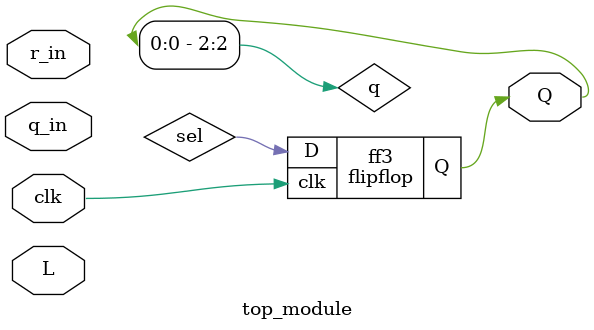
<source format=sv>
module flipflop(
    input clk,
    input D,
    output reg Q
);
    always @(posedge clk)
        Q <= D;
endmodule
module mux(
    input sel,
    input D0,
    input D1,
    output reg Y
);
    always @*
    begin
        if (sel)
            Y <= D1;
        else
            Y <= D0;
    end
endmodule
module top_module(
    input clk,
    input L,
    input q_in,
    input r_in,
    output reg Q
);
    wire [2:0] r;
    wire [2:0] q;
    
    wire d0, d1;
    wire sel;
    
    flipflop ff1(
        .clk(clk),
        .D(d0),
        .Q(q[0])
    );
    
    flipflop ff2(
        .clk(clk),
        .D(d1),
        .Q(q[1])
    );
    
    flipflop ff3(
        .clk(clk),
        .D(sel),
        .Q(q[2])
    );
    
    mux mux1(
        .sel(L),
        .D0(r_in),
        .D1(q_in),
        .Y(d0)
    );
    
    mux mux2(
        .sel(q[1] ^ q[2]),
        .D0(q[0]),
        .D1(q[2]),
        .Y(d1)
    );
    
    assign Q = q[2];
endmodule

</source>
